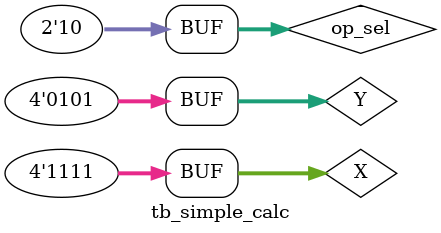
<source format=v>
module tb_simple_calc;
    reg [3:0] X, Y;
    reg [1:0] op_sel;
    wire [7:0] result;
	 wire [6:0] carry_out, overflow;

    // Instantiate the simple_calc module
    simple_calc calc(.X(X), .Y(Y), .op_sel(op_sel), .result(result), .carry_out(carry_out), .overflow(overflow));

    initial begin
        
        X = 4'b0010; Y = 4'b0011; op_sel = 2'b00; #10; // 2+3 = 5 no carry
		  X = 4'b0010; Y = 4'b0011; op_sel = 2'b01; #10; // 2-3 = -1 no overflow
		  X = 4'b0010; Y = 4'b0011; op_sel = 2'b10; #10; // 2x3 = 6

        
        X = 4'b0100; Y = 4'b0010; op_sel = 2'b00; #10; // 4+2 = 6 no carry
		  X = 4'b0100; Y = 4'b0010; op_sel = 2'b01; #10; // 4-2 = 2 no overflow
		  X = 4'b0100; Y = 4'b0010; op_sel = 2'b10; #10; // 4x2 = 8
        
        X = 4'b0011; Y = 4'b0101; op_sel = 2'b00; #10; // 3+5 = 8 no carry
		  X = 4'b0011; Y = 4'b0101; op_sel = 2'b01; #10; // 3-5 = -2 no overflow
		  X = 4'b0011; Y = 4'b0101; op_sel = 2'b10; #10; // 3x5 = 15
		  
		  X = 4'b1111; Y = 4'b0101; op_sel = 2'b00; #10; // 15+5 = 20 carry 1|0100
		  X = 4'b1111; Y = 4'b0101; op_sel = 2'b01; #10; // 15-5 = 10 overflow
		  X = 4'b1111; Y = 4'b0101; op_sel = 2'b10; #10; // 15x5 = 75
    end
endmodule

</source>
